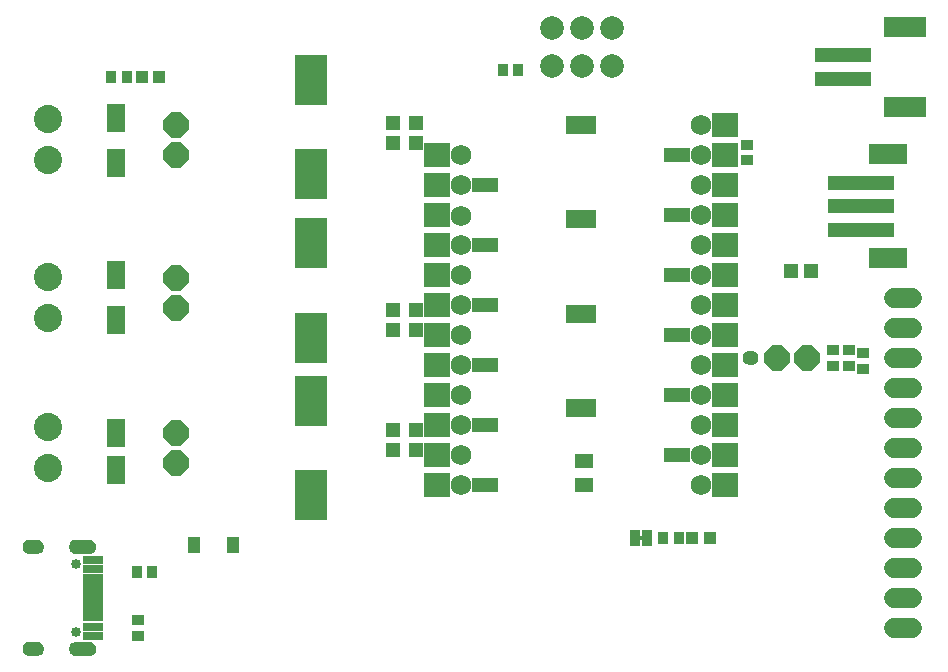
<source format=gbr>
G04 EAGLE Gerber RS-274X export*
G75*
%MOMM*%
%FSLAX34Y34*%
%LPD*%
%INSoldermask Top*%
%IPPOS*%
%AMOC8*
5,1,8,0,0,1.08239X$1,22.5*%
G01*
%ADD10C,2.387600*%
%ADD11R,2.703200X4.203200*%
%ADD12R,1.203200X1.303200*%
%ADD13R,1.603200X2.403200*%
%ADD14P,2.309387X8X22.500000*%
%ADD15P,2.309387X8X202.500000*%
%ADD16C,2.003200*%
%ADD17R,0.903200X1.053200*%
%ADD18R,0.838200X1.473200*%
%ADD19R,1.003200X1.003200*%
%ADD20C,1.727200*%
%ADD21R,2.203200X2.003200*%
%ADD22R,2.203200X1.203200*%
%ADD23C,1.727200*%
%ADD24R,2.533200X1.573200*%
%ADD25R,1.503200X1.303200*%
%ADD26R,1.303200X1.203200*%
%ADD27R,1.053200X0.903200*%
%ADD28R,1.653200X0.503200*%
%ADD29R,1.653200X0.803200*%
%ADD30R,1.653200X0.753200*%
%ADD31C,0.853200*%
%ADD32R,5.703200X1.203200*%
%ADD33R,3.203200X1.803200*%
%ADD34R,4.803200X1.203200*%
%ADD35R,3.603200X1.803200*%
%ADD36R,0.403200X0.703200*%
%ADD37P,2.309387X8X292.500000*%
%ADD38R,1.113200X1.423200*%

G36*
X73004Y107004D02*
X73004Y107004D01*
X73007Y107001D01*
X74129Y107156D01*
X74134Y107161D01*
X74138Y107158D01*
X75209Y107529D01*
X75213Y107535D01*
X75218Y107533D01*
X76195Y108106D01*
X76198Y108112D01*
X76203Y108111D01*
X77050Y108864D01*
X77052Y108871D01*
X77057Y108871D01*
X77741Y109774D01*
X77741Y109781D01*
X77746Y109782D01*
X78241Y110801D01*
X78239Y110808D01*
X78244Y110810D01*
X78531Y111907D01*
X78529Y111911D01*
X78531Y111912D01*
X78529Y111914D01*
X78532Y111916D01*
X78599Y113047D01*
X78597Y113051D01*
X78599Y113053D01*
X78532Y114184D01*
X78527Y114189D01*
X78531Y114193D01*
X78244Y115290D01*
X78238Y115294D01*
X78241Y115299D01*
X77746Y116318D01*
X77740Y116321D01*
X77741Y116326D01*
X77057Y117229D01*
X77050Y117231D01*
X77050Y117236D01*
X76203Y117989D01*
X76196Y117989D01*
X76195Y117994D01*
X75218Y118567D01*
X75211Y118566D01*
X75209Y118571D01*
X74138Y118942D01*
X74132Y118939D01*
X74129Y118944D01*
X73007Y119099D01*
X73002Y119096D01*
X73000Y119099D01*
X61000Y119099D01*
X60995Y119096D01*
X60992Y119099D01*
X59725Y118894D01*
X59719Y118888D01*
X59715Y118891D01*
X58525Y118409D01*
X58521Y118402D01*
X58515Y118404D01*
X57462Y117670D01*
X57460Y117662D01*
X57454Y117663D01*
X56591Y116713D01*
X56590Y116704D01*
X56585Y116704D01*
X55955Y115585D01*
X55956Y115577D01*
X55950Y115575D01*
X55585Y114345D01*
X55588Y114337D01*
X55583Y114334D01*
X55501Y113053D01*
X55504Y113049D01*
X55501Y113047D01*
X55583Y111766D01*
X55589Y111760D01*
X55585Y111755D01*
X55950Y110525D01*
X55957Y110520D01*
X55955Y110515D01*
X56585Y109396D01*
X56592Y109393D01*
X56591Y109387D01*
X57454Y108437D01*
X57462Y108436D01*
X57462Y108430D01*
X58515Y107696D01*
X58523Y107696D01*
X58525Y107691D01*
X59715Y107209D01*
X59722Y107211D01*
X59725Y107206D01*
X60992Y107001D01*
X60997Y107004D01*
X61000Y107001D01*
X73000Y107001D01*
X73004Y107004D01*
G37*
G36*
X73004Y20604D02*
X73004Y20604D01*
X73007Y20601D01*
X74129Y20756D01*
X74134Y20761D01*
X74138Y20758D01*
X75209Y21129D01*
X75213Y21135D01*
X75218Y21133D01*
X76195Y21706D01*
X76198Y21712D01*
X76203Y21711D01*
X77050Y22464D01*
X77052Y22471D01*
X77057Y22471D01*
X77741Y23374D01*
X77741Y23381D01*
X77746Y23382D01*
X78241Y24401D01*
X78239Y24408D01*
X78244Y24410D01*
X78531Y25507D01*
X78529Y25511D01*
X78531Y25512D01*
X78529Y25514D01*
X78532Y25516D01*
X78599Y26647D01*
X78597Y26651D01*
X78599Y26653D01*
X78532Y27784D01*
X78527Y27789D01*
X78531Y27793D01*
X78244Y28890D01*
X78238Y28894D01*
X78241Y28899D01*
X77746Y29918D01*
X77740Y29921D01*
X77741Y29926D01*
X77057Y30829D01*
X77050Y30831D01*
X77050Y30836D01*
X76203Y31589D01*
X76196Y31589D01*
X76195Y31594D01*
X75218Y32167D01*
X75211Y32166D01*
X75209Y32171D01*
X74138Y32542D01*
X74132Y32539D01*
X74129Y32544D01*
X73007Y32699D01*
X73002Y32696D01*
X73000Y32699D01*
X61000Y32699D01*
X60995Y32696D01*
X60992Y32699D01*
X59725Y32494D01*
X59719Y32488D01*
X59715Y32491D01*
X58525Y32009D01*
X58521Y32002D01*
X58515Y32004D01*
X57462Y31270D01*
X57460Y31262D01*
X57454Y31263D01*
X56591Y30313D01*
X56590Y30304D01*
X56585Y30304D01*
X55955Y29185D01*
X55956Y29177D01*
X55950Y29175D01*
X55585Y27945D01*
X55588Y27937D01*
X55583Y27934D01*
X55501Y26653D01*
X55504Y26649D01*
X55501Y26647D01*
X55583Y25366D01*
X55589Y25360D01*
X55585Y25355D01*
X55950Y24125D01*
X55957Y24120D01*
X55955Y24115D01*
X56585Y22996D01*
X56592Y22993D01*
X56591Y22987D01*
X57454Y22037D01*
X57462Y22036D01*
X57462Y22030D01*
X58515Y21296D01*
X58523Y21296D01*
X58525Y21291D01*
X59715Y20809D01*
X59722Y20811D01*
X59725Y20806D01*
X60992Y20601D01*
X60997Y20604D01*
X61000Y20601D01*
X73000Y20601D01*
X73004Y20604D01*
G37*
G36*
X28203Y107003D02*
X28203Y107003D01*
X28205Y107001D01*
X29381Y107112D01*
X29386Y107117D01*
X29390Y107114D01*
X30522Y107452D01*
X30526Y107458D01*
X30531Y107456D01*
X31575Y108008D01*
X31578Y108015D01*
X31583Y108013D01*
X32499Y108759D01*
X32500Y108766D01*
X32506Y108766D01*
X33259Y109676D01*
X33259Y109683D01*
X33264Y109684D01*
X33825Y110723D01*
X33824Y110728D01*
X33828Y110730D01*
X33827Y110731D01*
X33829Y110732D01*
X34176Y111861D01*
X34176Y111862D01*
X34177Y111863D01*
X34174Y111867D01*
X34178Y111870D01*
X34299Y113045D01*
X34295Y113052D01*
X34299Y113056D01*
X34142Y114396D01*
X34137Y114402D01*
X34140Y114407D01*
X33689Y115678D01*
X33682Y115683D01*
X33684Y115688D01*
X32962Y116827D01*
X32954Y116830D01*
X32955Y116836D01*
X31997Y117786D01*
X31989Y117787D01*
X31988Y117793D01*
X30843Y118506D01*
X30835Y118505D01*
X30833Y118511D01*
X29557Y118951D01*
X29550Y118949D01*
X29547Y118953D01*
X28205Y119099D01*
X28202Y119097D01*
X28200Y119099D01*
X22200Y119099D01*
X22197Y119097D01*
X22194Y119099D01*
X20865Y118944D01*
X20859Y118938D01*
X20855Y118941D01*
X19594Y118494D01*
X19589Y118487D01*
X19584Y118489D01*
X18454Y117772D01*
X18451Y117765D01*
X18445Y117766D01*
X17503Y116816D01*
X17502Y116807D01*
X17496Y116807D01*
X16789Y115671D01*
X16790Y115663D01*
X16784Y115661D01*
X16348Y114396D01*
X16350Y114388D01*
X16345Y114386D01*
X16201Y113055D01*
X16205Y113049D01*
X16201Y113045D01*
X16311Y111879D01*
X16316Y111874D01*
X16313Y111870D01*
X16648Y110747D01*
X16654Y110743D01*
X16652Y110739D01*
X17200Y109703D01*
X17206Y109700D01*
X17205Y109695D01*
X17944Y108787D01*
X17951Y108785D01*
X17951Y108780D01*
X18853Y108033D01*
X18861Y108033D01*
X18861Y108028D01*
X19892Y107471D01*
X19899Y107472D01*
X19901Y107467D01*
X21020Y107123D01*
X21027Y107125D01*
X21030Y107121D01*
X22195Y107001D01*
X22198Y107003D01*
X22200Y107001D01*
X28200Y107001D01*
X28203Y107003D01*
G37*
G36*
X28203Y20603D02*
X28203Y20603D01*
X28205Y20601D01*
X29381Y20712D01*
X29386Y20717D01*
X29390Y20714D01*
X30522Y21052D01*
X30526Y21058D01*
X30531Y21056D01*
X31575Y21608D01*
X31578Y21615D01*
X31583Y21613D01*
X32499Y22359D01*
X32500Y22366D01*
X32506Y22366D01*
X33259Y23276D01*
X33259Y23283D01*
X33264Y23284D01*
X33825Y24323D01*
X33824Y24328D01*
X33828Y24330D01*
X33827Y24331D01*
X33829Y24332D01*
X34176Y25461D01*
X34176Y25462D01*
X34177Y25463D01*
X34174Y25467D01*
X34178Y25470D01*
X34299Y26645D01*
X34295Y26652D01*
X34299Y26656D01*
X34142Y27996D01*
X34137Y28002D01*
X34140Y28007D01*
X33689Y29278D01*
X33682Y29283D01*
X33684Y29288D01*
X32962Y30427D01*
X32954Y30430D01*
X32955Y30436D01*
X31997Y31386D01*
X31989Y31387D01*
X31988Y31393D01*
X30843Y32106D01*
X30835Y32105D01*
X30833Y32111D01*
X29557Y32551D01*
X29550Y32549D01*
X29547Y32553D01*
X28205Y32699D01*
X28202Y32697D01*
X28200Y32699D01*
X22200Y32699D01*
X22197Y32697D01*
X22194Y32699D01*
X20865Y32544D01*
X20859Y32538D01*
X20855Y32541D01*
X19594Y32094D01*
X19589Y32087D01*
X19584Y32089D01*
X18454Y31372D01*
X18451Y31365D01*
X18445Y31366D01*
X17503Y30416D01*
X17502Y30407D01*
X17496Y30407D01*
X16789Y29271D01*
X16790Y29263D01*
X16784Y29261D01*
X16348Y27996D01*
X16350Y27988D01*
X16345Y27986D01*
X16201Y26655D01*
X16205Y26649D01*
X16201Y26645D01*
X16311Y25479D01*
X16316Y25474D01*
X16313Y25470D01*
X16648Y24347D01*
X16654Y24343D01*
X16652Y24339D01*
X17200Y23303D01*
X17206Y23300D01*
X17205Y23295D01*
X17944Y22387D01*
X17951Y22385D01*
X17951Y22380D01*
X18853Y21633D01*
X18861Y21633D01*
X18861Y21628D01*
X19892Y21071D01*
X19899Y21072D01*
X19901Y21067D01*
X21020Y20723D01*
X21027Y20725D01*
X21030Y20721D01*
X22195Y20601D01*
X22198Y20603D01*
X22200Y20601D01*
X28200Y20601D01*
X28203Y20603D01*
G37*
G36*
X634394Y267358D02*
X634394Y267358D01*
X634443Y267358D01*
X635449Y267527D01*
X635489Y267543D01*
X635557Y267558D01*
X636500Y267948D01*
X636536Y267972D01*
X636598Y268002D01*
X637431Y268591D01*
X637460Y268622D01*
X637514Y268665D01*
X638195Y269425D01*
X638217Y269463D01*
X638260Y269517D01*
X638755Y270409D01*
X638768Y270450D01*
X638797Y270512D01*
X639081Y271492D01*
X639085Y271535D01*
X639100Y271603D01*
X639158Y272621D01*
X639157Y272634D01*
X639159Y272650D01*
X639159Y273750D01*
X639154Y273774D01*
X639156Y273806D01*
X639046Y274785D01*
X639033Y274826D01*
X639021Y274894D01*
X638695Y275824D01*
X638673Y275861D01*
X638647Y275925D01*
X638123Y276759D01*
X638093Y276790D01*
X638053Y276846D01*
X637356Y277543D01*
X637320Y277567D01*
X637269Y277613D01*
X636435Y278137D01*
X636394Y278152D01*
X636334Y278185D01*
X635404Y278511D01*
X635361Y278517D01*
X635295Y278536D01*
X634359Y278641D01*
X634317Y278667D01*
X634240Y278716D01*
X634231Y278717D01*
X634224Y278722D01*
X634060Y278749D01*
X630560Y278749D01*
X630516Y278740D01*
X630429Y278732D01*
X629336Y278435D01*
X629300Y278417D01*
X629243Y278400D01*
X628230Y277893D01*
X628199Y277869D01*
X628146Y277840D01*
X627253Y277144D01*
X627227Y277113D01*
X627181Y277076D01*
X626777Y276605D01*
X626758Y276571D01*
X626721Y276525D01*
X626417Y275984D01*
X626404Y275946D01*
X626377Y275894D01*
X626185Y275304D01*
X626181Y275267D01*
X626165Y275215D01*
X625865Y272915D01*
X625868Y272878D01*
X625862Y272827D01*
X625861Y272826D01*
X625861Y272825D01*
X625905Y271961D01*
X625914Y271924D01*
X625918Y271869D01*
X626121Y271028D01*
X626138Y270994D01*
X626152Y270940D01*
X626508Y270152D01*
X626517Y270139D01*
X626518Y270136D01*
X626533Y270117D01*
X626554Y270071D01*
X627051Y269363D01*
X627081Y269335D01*
X627117Y269287D01*
X627921Y268528D01*
X627957Y268505D01*
X628007Y268463D01*
X628955Y267894D01*
X628995Y267880D01*
X629053Y267849D01*
X630101Y267496D01*
X630143Y267491D01*
X630207Y267473D01*
X631306Y267354D01*
X631330Y267356D01*
X631360Y267351D01*
X634360Y267351D01*
X634394Y267358D01*
G37*
G36*
X541720Y118757D02*
X541720Y118757D01*
X541786Y118759D01*
X541829Y118777D01*
X541876Y118785D01*
X541933Y118819D01*
X541993Y118844D01*
X542028Y118875D01*
X542069Y118900D01*
X542111Y118951D01*
X542159Y118995D01*
X542181Y119037D01*
X542210Y119074D01*
X542231Y119136D01*
X542262Y119195D01*
X542270Y119249D01*
X542282Y119286D01*
X542281Y119326D01*
X542289Y119380D01*
X542289Y121920D01*
X542278Y121985D01*
X542276Y122051D01*
X542258Y122094D01*
X542250Y122141D01*
X542216Y122198D01*
X542191Y122258D01*
X542160Y122293D01*
X542135Y122334D01*
X542084Y122376D01*
X542040Y122424D01*
X541998Y122446D01*
X541961Y122475D01*
X541899Y122496D01*
X541840Y122527D01*
X541786Y122535D01*
X541749Y122547D01*
X541709Y122546D01*
X541655Y122554D01*
X537845Y122554D01*
X537780Y122543D01*
X537714Y122541D01*
X537671Y122523D01*
X537624Y122515D01*
X537567Y122481D01*
X537507Y122456D01*
X537472Y122425D01*
X537431Y122400D01*
X537390Y122349D01*
X537341Y122305D01*
X537319Y122263D01*
X537290Y122226D01*
X537269Y122164D01*
X537238Y122105D01*
X537230Y122051D01*
X537218Y122014D01*
X537218Y122011D01*
X537219Y121974D01*
X537211Y121920D01*
X537211Y119380D01*
X537222Y119315D01*
X537224Y119249D01*
X537242Y119206D01*
X537250Y119159D01*
X537284Y119102D01*
X537309Y119042D01*
X537340Y119007D01*
X537365Y118966D01*
X537416Y118925D01*
X537460Y118876D01*
X537502Y118854D01*
X537539Y118825D01*
X537601Y118804D01*
X537660Y118773D01*
X537714Y118765D01*
X537751Y118753D01*
X537791Y118754D01*
X537845Y118746D01*
X541655Y118746D01*
X541720Y118757D01*
G37*
D10*
X38100Y341850D03*
X38100Y306850D03*
D11*
X260350Y428630D03*
X260350Y508630D03*
D12*
X330200Y455050D03*
X330200Y472050D03*
X349250Y455050D03*
X349250Y472050D03*
D11*
X260350Y370200D03*
X260350Y290200D03*
D12*
X349250Y313300D03*
X349250Y296300D03*
X330200Y313300D03*
X330200Y296300D03*
D11*
X260350Y156850D03*
X260350Y236850D03*
D12*
X330200Y194700D03*
X330200Y211700D03*
X349250Y194700D03*
X349250Y211700D03*
D13*
X95250Y438150D03*
X95250Y209550D03*
X95250Y342900D03*
X95250Y304800D03*
X95250Y177800D03*
X95250Y476250D03*
D14*
X146050Y444500D03*
X146050Y469900D03*
D15*
X146050Y340360D03*
X146050Y314960D03*
D14*
X146050Y184150D03*
X146050Y209550D03*
D16*
X489820Y520450D03*
X489820Y552450D03*
X514820Y552450D03*
X464820Y552450D03*
X464820Y520450D03*
X514820Y520450D03*
D17*
X422760Y516890D03*
X435760Y516890D03*
D18*
X534670Y120650D03*
X544830Y120650D03*
D17*
X558650Y120650D03*
X571650Y120650D03*
D19*
X598050Y120650D03*
X583050Y120650D03*
D20*
X754380Y323850D02*
X769620Y323850D01*
X769620Y298450D02*
X754380Y298450D01*
X754380Y273050D02*
X769620Y273050D01*
X769620Y247650D02*
X754380Y247650D01*
X754380Y222250D02*
X769620Y222250D01*
X769620Y196850D02*
X754380Y196850D01*
X754380Y171450D02*
X769620Y171450D01*
X769620Y146050D02*
X754380Y146050D01*
X754380Y120650D02*
X769620Y120650D01*
X769620Y95250D02*
X754380Y95250D01*
X754380Y69850D02*
X769620Y69850D01*
X769620Y44450D02*
X754380Y44450D01*
D21*
X367350Y444500D03*
D22*
X407350Y419100D03*
X407350Y368300D03*
X407350Y317500D03*
X407350Y266700D03*
X407350Y215900D03*
X407350Y165100D03*
X570550Y190500D03*
X570550Y241300D03*
X570550Y292100D03*
X570550Y342900D03*
X570550Y393700D03*
X570550Y444500D03*
D21*
X610550Y469900D03*
D23*
X387350Y444500D03*
X387350Y419100D03*
X387350Y393300D03*
X387350Y368300D03*
X387350Y342900D03*
X387350Y317500D03*
X387350Y292100D03*
X387350Y266700D03*
X387350Y241300D03*
X387350Y215900D03*
X387350Y190500D03*
X387350Y165100D03*
X590550Y165100D03*
X590550Y190500D03*
X590550Y215900D03*
X590550Y241300D03*
X590550Y266700D03*
X590550Y292100D03*
X590550Y317500D03*
X590550Y342900D03*
X590550Y368300D03*
X590550Y393700D03*
X590550Y419100D03*
X590550Y444500D03*
X590550Y469900D03*
D21*
X367350Y419100D03*
X367350Y393700D03*
X367350Y368300D03*
X367350Y342900D03*
X367350Y317500D03*
X367350Y292100D03*
X367350Y266700D03*
X367350Y241300D03*
X367350Y215900D03*
X367350Y190500D03*
X367350Y165100D03*
X610550Y444500D03*
X610550Y419100D03*
X610550Y393700D03*
X610550Y368300D03*
X610550Y342900D03*
X610550Y317500D03*
X610550Y292100D03*
X610550Y266700D03*
X610550Y241300D03*
X610550Y215900D03*
X610550Y190500D03*
X610550Y165100D03*
D24*
X488950Y470300D03*
X488950Y390300D03*
X488950Y310300D03*
X488950Y230300D03*
D25*
X491627Y185614D03*
X491627Y165614D03*
D26*
X684140Y346710D03*
X667140Y346710D03*
D27*
X114300Y37950D03*
X114300Y50950D03*
D17*
X125880Y91440D03*
X112880Y91440D03*
D28*
X76200Y62350D03*
X76200Y67350D03*
D29*
X76200Y37600D03*
D30*
X76200Y45350D03*
D28*
X76200Y52350D03*
X76200Y57350D03*
X76200Y77350D03*
X76200Y72350D03*
D29*
X76200Y102100D03*
D30*
X76200Y94350D03*
D28*
X76200Y87350D03*
X76200Y82350D03*
D31*
X61750Y98750D03*
X61750Y40950D03*
D32*
X726440Y401320D03*
X726440Y381320D03*
X726440Y421320D03*
D33*
X748940Y357320D03*
X748940Y445320D03*
D10*
X38100Y475200D03*
X38100Y440200D03*
X38100Y214850D03*
X38100Y179850D03*
D34*
X711030Y529430D03*
X711030Y509430D03*
D35*
X763030Y553430D03*
X763030Y485430D03*
D27*
X727710Y264010D03*
X727710Y277010D03*
X716280Y279550D03*
X716280Y266550D03*
D36*
X634560Y273050D03*
X630360Y273050D03*
D27*
X629920Y440540D03*
X629920Y453540D03*
X702310Y279550D03*
X702310Y266550D03*
D37*
X655320Y273050D03*
X680720Y273050D03*
D17*
X91290Y510540D03*
X104290Y510540D03*
D19*
X131960Y510540D03*
X116960Y510540D03*
D38*
X194175Y114300D03*
X161425Y114300D03*
M02*

</source>
